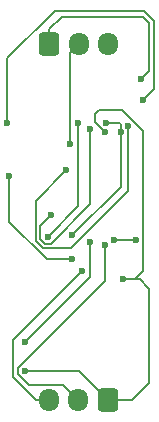
<source format=gbr>
%TF.GenerationSoftware,KiCad,Pcbnew,9.0.4*%
%TF.CreationDate,2025-09-26T15:47:01+05:30*%
%TF.ProjectId,EMG,454d472e-6b69-4636-9164-5f7063625858,rev?*%
%TF.SameCoordinates,Original*%
%TF.FileFunction,Copper,L2,Bot*%
%TF.FilePolarity,Positive*%
%FSLAX46Y46*%
G04 Gerber Fmt 4.6, Leading zero omitted, Abs format (unit mm)*
G04 Created by KiCad (PCBNEW 9.0.4) date 2025-09-26 15:47:01*
%MOMM*%
%LPD*%
G01*
G04 APERTURE LIST*
G04 Aperture macros list*
%AMRoundRect*
0 Rectangle with rounded corners*
0 $1 Rounding radius*
0 $2 $3 $4 $5 $6 $7 $8 $9 X,Y pos of 4 corners*
0 Add a 4 corners polygon primitive as box body*
4,1,4,$2,$3,$4,$5,$6,$7,$8,$9,$2,$3,0*
0 Add four circle primitives for the rounded corners*
1,1,$1+$1,$2,$3*
1,1,$1+$1,$4,$5*
1,1,$1+$1,$6,$7*
1,1,$1+$1,$8,$9*
0 Add four rect primitives between the rounded corners*
20,1,$1+$1,$2,$3,$4,$5,0*
20,1,$1+$1,$4,$5,$6,$7,0*
20,1,$1+$1,$6,$7,$8,$9,0*
20,1,$1+$1,$8,$9,$2,$3,0*%
G04 Aperture macros list end*
%TA.AperFunction,ComponentPad*%
%ADD10RoundRect,0.250000X0.600000X0.725000X-0.600000X0.725000X-0.600000X-0.725000X0.600000X-0.725000X0*%
%TD*%
%TA.AperFunction,ComponentPad*%
%ADD11O,1.700000X1.950000*%
%TD*%
%TA.AperFunction,ComponentPad*%
%ADD12RoundRect,0.250000X-0.600000X-0.725000X0.600000X-0.725000X0.600000X0.725000X-0.600000X0.725000X0*%
%TD*%
%TA.AperFunction,ViaPad*%
%ADD13C,0.600000*%
%TD*%
%TA.AperFunction,Conductor*%
%ADD14C,0.200000*%
%TD*%
G04 APERTURE END LIST*
D10*
%TO.P,J1,1,Pin_1*%
%TO.N,+5V*%
X132000000Y-71967500D03*
D11*
%TO.P,J1,2,Pin_2*%
%TO.N,GND*%
X129500000Y-71967500D03*
%TO.P,J1,3,Pin_3*%
%TO.N,bpfOUT*%
X127000000Y-71967500D03*
%TD*%
D12*
%TO.P,J2,1,Pin_1*%
%TO.N,bioIN-*%
X127050000Y-41800000D03*
D11*
%TO.P,J2,2,Pin_2*%
%TO.N,bioIN+*%
X129550000Y-41800000D03*
%TO.P,J2,3,Pin_3*%
%TO.N,ampRef*%
X132050000Y-41800000D03*
%TD*%
D13*
%TO.N,inaIN-*%
X135000000Y-46500000D03*
X123500000Y-48500000D03*
%TO.N,Net-(U1C--)*%
X125000000Y-67000000D03*
X130500000Y-58567500D03*
%TO.N,bpfOUT*%
X129850000Y-61000000D03*
%TO.N,Net-(U1D-+)*%
X134388219Y-58388219D03*
X132504379Y-58388219D03*
%TO.N,+5V*%
X125000000Y-69500000D03*
X133300000Y-61700000D03*
X131800000Y-49267500D03*
%TO.N,GND*%
X131800000Y-58767500D03*
%TO.N,bioIN-*%
X134800000Y-44767500D03*
%TO.N,bioIN+*%
X128800000Y-50267500D03*
%TO.N,Net-(U1A--)*%
X131850000Y-48468972D03*
X133100000Y-49267500D03*
X129000000Y-58000000D03*
X123680000Y-53000000D03*
X129000000Y-60000000D03*
%TO.N,Net-(R4-Pad2)*%
X128500000Y-52500000D03*
X133750000Y-48750000D03*
%TO.N,Net-(U1B--)*%
X130500000Y-49000000D03*
X127232500Y-56267500D03*
%TO.N,inaOUT*%
X129500000Y-48500000D03*
X126907500Y-58092500D03*
%TD*%
D14*
%TO.N,inaIN-*%
X135067100Y-39000000D02*
X135901000Y-39833900D01*
X123500000Y-48500000D02*
X123500000Y-43000000D01*
X127500000Y-39000000D02*
X135067100Y-39000000D01*
X123500000Y-43000000D02*
X127500000Y-39000000D01*
X135901000Y-45599000D02*
X135000000Y-46500000D01*
X135901000Y-39833900D02*
X135901000Y-45599000D01*
%TO.N,Net-(U1C--)*%
X130500000Y-61500000D02*
X125000000Y-67000000D01*
X130500000Y-58567500D02*
X130500000Y-61500000D01*
%TO.N,bpfOUT*%
X125950000Y-71967500D02*
X127000000Y-71967500D01*
X123998000Y-70015500D02*
X125950000Y-71967500D01*
X129850000Y-61000000D02*
X123998000Y-66852000D01*
X123998000Y-66852000D02*
X123998000Y-70015500D01*
%TO.N,Net-(U1D-+)*%
X132504379Y-58388219D02*
X134388219Y-58388219D01*
%TO.N,+5V*%
X133248943Y-47399000D02*
X134989219Y-49139276D01*
X134300000Y-61700000D02*
X133300000Y-61700000D01*
X135500000Y-70500000D02*
X135500000Y-62500000D01*
X129532500Y-69500000D02*
X125000000Y-69500000D01*
X134700000Y-61700000D02*
X133300000Y-61700000D01*
X130899000Y-48366500D02*
X130899000Y-47751057D01*
X132000000Y-71967500D02*
X129532500Y-69500000D01*
X134989219Y-49139276D02*
X134989219Y-61010781D01*
X134989219Y-61010781D02*
X134300000Y-61700000D01*
X131251057Y-47399000D02*
X133248943Y-47399000D01*
X132000000Y-71967500D02*
X134032500Y-71967500D01*
X131800000Y-49267500D02*
X130899000Y-48366500D01*
X130899000Y-47751057D02*
X131251057Y-47399000D01*
X134032500Y-71967500D02*
X135500000Y-70500000D01*
X135500000Y-62500000D02*
X134700000Y-61700000D01*
%TO.N,GND*%
X131800000Y-58767500D02*
X131800000Y-61850057D01*
X128224000Y-70691500D02*
X129500000Y-71967500D01*
X131800000Y-61850057D02*
X124399000Y-69251057D01*
X125341557Y-70691500D02*
X128224000Y-70691500D01*
X124399000Y-69251057D02*
X124399000Y-69748943D01*
X124399000Y-69748943D02*
X125341557Y-70691500D01*
%TO.N,bioIN-*%
X128100000Y-39500000D02*
X127050000Y-40550000D01*
X135000000Y-39500000D02*
X128100000Y-39500000D01*
X134800000Y-44767500D02*
X135500000Y-44067500D01*
X135500000Y-44067500D02*
X135500000Y-40000000D01*
X127050000Y-40550000D02*
X127050000Y-41800000D01*
X135500000Y-40000000D02*
X135000000Y-39500000D01*
%TO.N,bioIN+*%
X129550000Y-41800000D02*
X128800000Y-42550000D01*
X128800000Y-42550000D02*
X128800000Y-50267500D01*
%TO.N,Net-(U1A--)*%
X131850000Y-48468972D02*
X132968972Y-48468972D01*
X132968972Y-48468972D02*
X133100000Y-48600000D01*
X123680000Y-53000000D02*
X123680000Y-56849143D01*
X133100000Y-48600000D02*
X133100000Y-49267500D01*
X126830857Y-60000000D02*
X129000000Y-60000000D01*
X133100000Y-49267500D02*
X133100000Y-53900000D01*
X133100000Y-53900000D02*
X129000000Y-58000000D01*
X123680000Y-56849143D02*
X126830857Y-60000000D01*
%TO.N,Net-(R4-Pad2)*%
X128905500Y-59094500D02*
X126492457Y-59094500D01*
X126492457Y-59094500D02*
X125905500Y-58507543D01*
X125905500Y-58507543D02*
X125905500Y-55094500D01*
X133750000Y-54250000D02*
X128905500Y-59094500D01*
X125905500Y-55094500D02*
X128500000Y-52500000D01*
X133750000Y-48750000D02*
X133750000Y-54250000D01*
%TO.N,Net-(U1B--)*%
X126306500Y-58341443D02*
X126306500Y-57193500D01*
X127156443Y-58693500D02*
X126658557Y-58693500D01*
X126658557Y-58693500D02*
X126306500Y-58341443D01*
X130500000Y-49000000D02*
X130500000Y-55349943D01*
X130500000Y-55349943D02*
X127156443Y-58693500D01*
X126306500Y-57193500D02*
X127232500Y-56267500D01*
%TO.N,inaOUT*%
X129500000Y-55500000D02*
X126907500Y-58092500D01*
X129500000Y-48500000D02*
X129500000Y-55500000D01*
%TD*%
M02*

</source>
